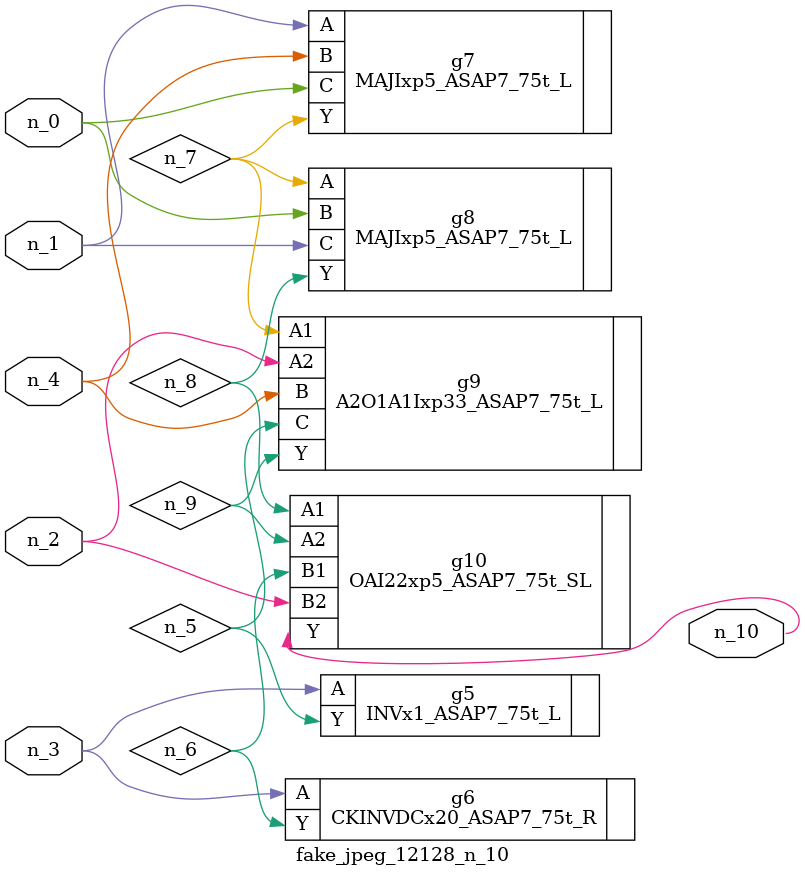
<source format=v>
module fake_jpeg_12128_n_10 (n_3, n_2, n_1, n_0, n_4, n_10);

input n_3;
input n_2;
input n_1;
input n_0;
input n_4;

output n_10;

wire n_8;
wire n_9;
wire n_6;
wire n_5;
wire n_7;

INVx1_ASAP7_75t_L g5 ( 
.A(n_3),
.Y(n_5)
);

CKINVDCx20_ASAP7_75t_R g6 ( 
.A(n_3),
.Y(n_6)
);

MAJIxp5_ASAP7_75t_L g7 ( 
.A(n_1),
.B(n_4),
.C(n_0),
.Y(n_7)
);

MAJIxp5_ASAP7_75t_L g8 ( 
.A(n_7),
.B(n_0),
.C(n_1),
.Y(n_8)
);

OAI22xp5_ASAP7_75t_SL g10 ( 
.A1(n_8),
.A2(n_9),
.B1(n_6),
.B2(n_2),
.Y(n_10)
);

A2O1A1Ixp33_ASAP7_75t_L g9 ( 
.A1(n_7),
.A2(n_2),
.B(n_4),
.C(n_5),
.Y(n_9)
);


endmodule
</source>
